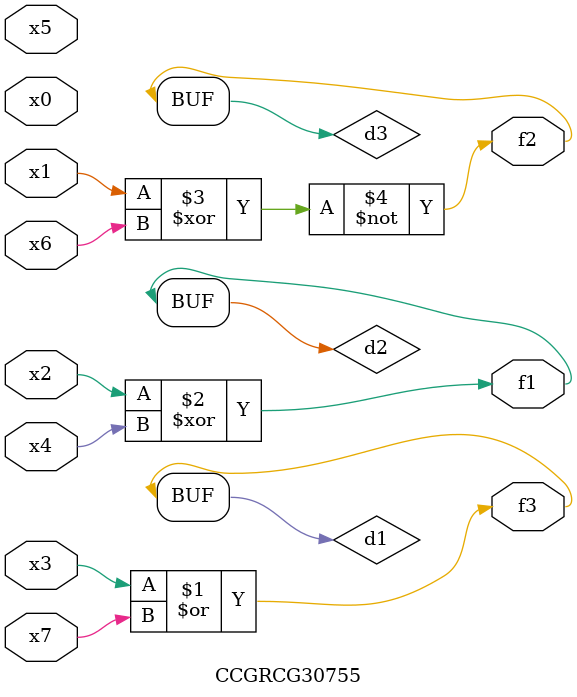
<source format=v>
module CCGRCG30755(
	input x0, x1, x2, x3, x4, x5, x6, x7,
	output f1, f2, f3
);

	wire d1, d2, d3;

	or (d1, x3, x7);
	xor (d2, x2, x4);
	xnor (d3, x1, x6);
	assign f1 = d2;
	assign f2 = d3;
	assign f3 = d1;
endmodule

</source>
